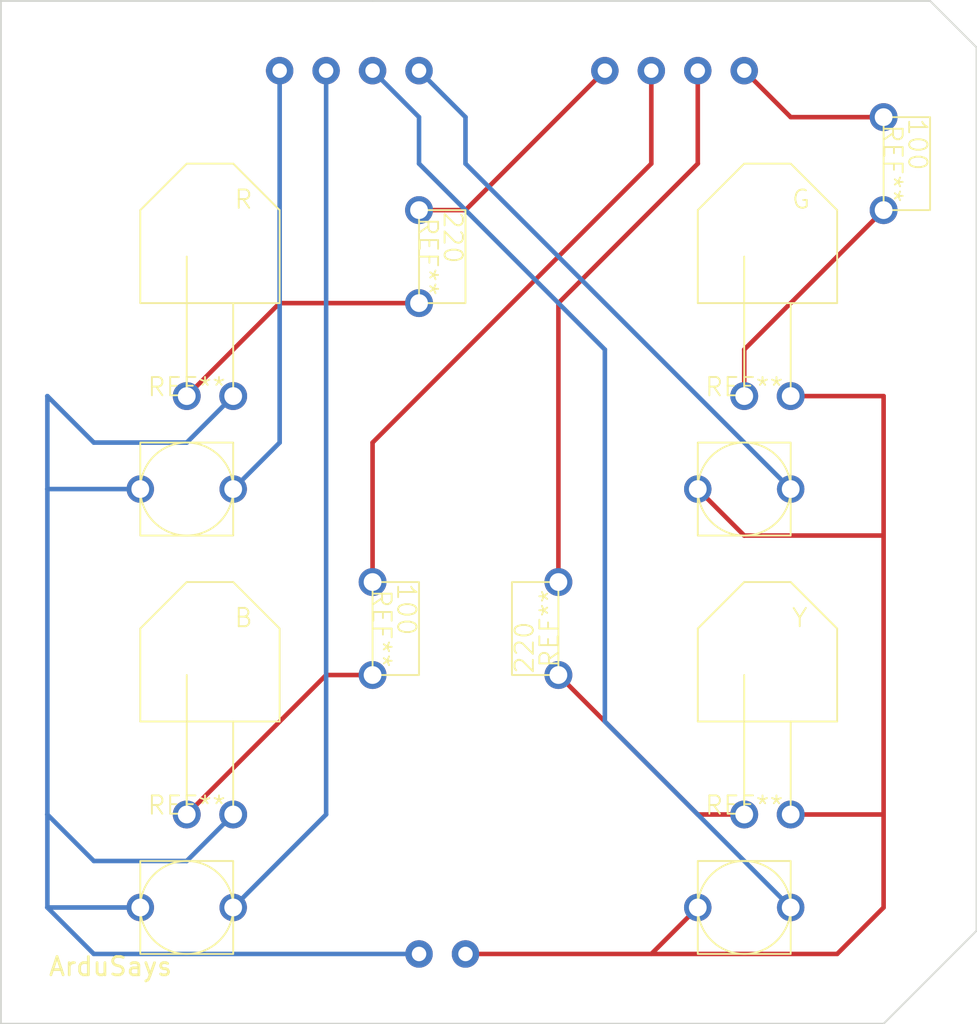
<source format=kicad_pcb>
(kicad_pcb (version 20221018) (generator pcbnew)
  (layers (0 "F.Cu" signal) (31 "B.Cu" signal) (34 "B.Paste" user) (35 "F.Paste" user) (36 "B.SilkS" user "B.Silkscreen") (37 "F.SilkS" user "F.Silkscreen") (38 "B.Mask" user) (39 "F.Mask" user) (44 "Edge.Cuts" user))
  (net 0 "")
  (net 1 "arduino_says")
  (footprint "Resistor_THT:R_100_O" (layer "F.Cu") (at 88.9 107.95 -90)
    (fp_text reference "REF**" (at 0 -0.5 -90 unlocked) (layer "F.SilkS") (effects (font (thickness 0.1))))
    (fp_text value "R_100_O")
    (fp_text user "100" (at -2.54 -1.27 -90 unlocked) (layer "F.SilkS") (effects (font (thickness 0.1)) (justify left bottom)))
    (fp_rect (start -2.54 -2.54) (end 2.54 0) (stroke (width 0.1)) (fill none) (layer "F.SilkS"))
    (pad "3" thru_hole circle (at -2.54 0 270) (size 1.524 1.524) (drill 0.97) (layers "*.Cu" "*.Mask") (net 1 "arduino_says"))
    (pad "4" thru_hole circle (at 2.54 0 270) (size 1.524 1.524) (drill 0.97) (layers "*.Cu" "*.Mask") (net 1 "arduino_says"))
  )
  (footprint "Button_Switch_THT:SW_PUSHBUTTON_2P" (layer "F.Cu") (at 109.22 123.19)
    (fp_text reference "REF**" hide)
    (fp_text value "SW_PUSHBUTTON_2P" hide)
    (fp_rect (start -2.54 -2.54) (end 2.54 2.54) (stroke (width 0.1)) (fill none) (layer "F.SilkS"))
    (fp_circle (center 0 0) (end 2.54 0) (stroke (width 0.1)) (fill none) (layer "F.SilkS"))
    (pad "1" thru_hole circle (at -2.54 0) (size 1.5 1.5) (drill 0.97) (layers "*.Cu" "*.Mask") (net 1 "arduino_says"))
    (pad "2" thru_hole circle (at 2.54 0) (size 1.5 1.5) (drill 0.97) (layers "*.Cu" "*.Mask") (net 1 "arduino_says"))
  )
  (footprint "Connector:Single_Header" (layer "F.Cu") (at 83.82 77.47)
    (fp_text reference "REF**" hide)
    (fp_text value "Single_Header")
    (pad "1" thru_hole circle (at 0 0) (size 1.5 1.5) (drill 0.79) (layers "*.Cu" "*.Mask") (net 1 "arduino_says"))
  )
  (footprint "Resistor_THT:R_220_O" (layer "F.Cu") (at 91.44 87.63 -90)
    (fp_text reference "REF**" (at 0 -0.5 -90 unlocked) (layer "F.SilkS") (effects (font (thickness 0.1))))
    (fp_text value "R_220_O")
    (fp_text user "220" (at -2.54 -1.27 -90 unlocked) (layer "F.SilkS") (effects (font (thickness 0.1)) (justify left bottom)))
    (fp_rect (start -2.54 -2.54) (end 2.54 0) (stroke (width 0.1)) (fill none) (layer "F.SilkS"))
    (pad "1" thru_hole circle (at -2.54 0 270) (size 1.524 1.524) (drill 0.97) (layers "*.Cu" "*.Mask") (net 1 "arduino_says"))
    (pad "2" thru_hole circle (at 2.54 0 270) (size 1.524 1.524) (drill 0.97) (layers "*.Cu" "*.Mask") (net 1 "arduino_says"))
  )
  (footprint "Connector:Single_Header" (layer "F.Cu") (at 88.9 77.47)
    (fp_text reference "REF**" hide)
    (fp_text value "Single_Header")
    (pad "1" thru_hole circle (at 0 0) (size 1.5 1.5) (drill 0.79) (layers "*.Cu" "*.Mask") (net 1 "arduino_says"))
  )
  (footprint "LED_THT:LED_5MM_R" (layer "F.Cu") (at 78.74 95.25)
    (fp_text reference "REF**" (at 0 -0.5 unlocked) (layer "F.SilkS") (effects (font (thickness 0.1))))
    (fp_text value "LED_5MM_R")
    (fp_text user "R" (at 2.54 -10.16 unlocked) (layer "F.SilkS") (effects (font (thickness 0.1)) (justify left bottom)))
    (fp_line (start -2.54 -10.16) (end 0 -12.7) (stroke (width 0.1)) (layer "F.SilkS"))
    (fp_line (start -2.54 -5.08) (end -2.54 -10.16) (stroke (width 0.1)) (layer "F.SilkS"))
    (fp_line (start 0 -12.7) (end 2.54 -12.7) (stroke (width 0.1)) (layer "F.SilkS"))
    (fp_line (start 0 -5.08) (end 0 -7.62) (stroke (width 0.1)) (layer "F.SilkS"))
    (fp_line (start 0 0) (end 0 -5.08) (stroke (width 0.1)) (layer "F.SilkS"))
    (fp_line (start 2.54 -12.7) (end 5.08 -10.16) (stroke (width 0.1)) (layer "F.SilkS"))
    (fp_line (start 2.54 0) (end 2.54 -5.08) (stroke (width 0.1)) (layer "F.SilkS"))
    (fp_line (start 5.08 -10.16) (end 5.08 -5.08) (stroke (width 0.1)) (layer "F.SilkS"))
    (fp_line (start 5.08 -5.08) (end -2.54 -5.08) (stroke (width 0.1)) (layer "F.SilkS"))
    (pad "1" thru_hole circle (at 0 0) (size 1.524 1.524) (drill 0.97) (layers "*.Cu" "*.Mask") (net 1 "arduino_says"))
    (pad "2" thru_hole circle (at 2.54 0) (size 1.524 1.524) (drill 0.97) (layers "*.Cu" "*.Mask") (net 1 "arduino_says"))
  )
  (footprint "Connector:Single_Header" (layer "F.Cu") (at 93.98 125.73)
    (fp_text reference "REF**" hide)
    (fp_text value "Single_Header")
    (pad "1" thru_hole circle (at 0 0) (size 1.5 1.5) (drill 0.79) (layers "*.Cu" "*.Mask") (net 1 "arduino_says"))
  )
  (footprint "LED_THT:LED_5MM_B" (layer "F.Cu") (at 78.74 118.11)
    (fp_text reference "REF**" (at 0 -0.5 unlocked) (layer "F.SilkS") (effects (font (thickness 0.1))))
    (fp_text value "LED_5MM_B")
    (fp_text user "B" (at 2.54 -10.16 unlocked) (layer "F.SilkS") (effects (font (thickness 0.1)) (justify left bottom)))
    (fp_line (start -2.54 -10.16) (end 0 -12.7) (stroke (width 0.1)) (layer "F.SilkS"))
    (fp_line (start -2.54 -5.08) (end -2.54 -10.16) (stroke (width 0.1)) (layer "F.SilkS"))
    (fp_line (start 0 -12.7) (end 2.54 -12.7) (stroke (width 0.1)) (layer "F.SilkS"))
    (fp_line (start 0 -5.08) (end 0 -7.62) (stroke (width 0.1)) (layer "F.SilkS"))
    (fp_line (start 0 0) (end 0 -5.08) (stroke (width 0.1)) (layer "F.SilkS"))
    (fp_line (start 2.54 -12.7) (end 5.08 -10.16) (stroke (width 0.1)) (layer "F.SilkS"))
    (fp_line (start 2.54 0) (end 2.54 -5.08) (stroke (width 0.1)) (layer "F.SilkS"))
    (fp_line (start 5.08 -10.16) (end 5.08 -5.08) (stroke (width 0.1)) (layer "F.SilkS"))
    (fp_line (start 5.08 -5.08) (end -2.54 -5.08) (stroke (width 0.1)) (layer "F.SilkS"))
    (pad "1" thru_hole circle (at 0 0) (size 1.524 1.524) (drill 0.97) (layers "*.Cu" "*.Mask") (net 1 "arduino_says"))
    (pad "2" thru_hole circle (at 2.54 0) (size 1.524 1.524) (drill 0.97) (layers "*.Cu" "*.Mask") (net 1 "arduino_says"))
  )
  (footprint "Resistor_THT:R_220_O" (layer "F.Cu") (at 99.06 107.95 90)
    (fp_text reference "REF**" (at 0 -0.5 90 unlocked) (layer "F.SilkS") (effects (font (thickness 0.1))))
    (fp_text value "R_220_O")
    (fp_text user "220" (at -2.54 -1.27 90 unlocked) (layer "F.SilkS") (effects (font (thickness 0.1)) (justify left bottom)))
    (fp_rect (start -2.54 -2.54) (end 2.54 0) (stroke (width 0.1)) (fill none) (layer "F.SilkS"))
    (pad "1" thru_hole circle (at -2.54 0 90) (size 1.524 1.524) (drill 0.97) (layers "*.Cu" "*.Mask") (net 1 "arduino_says"))
    (pad "2" thru_hole circle (at 2.54 0 90) (size 1.524 1.524) (drill 0.97) (layers "*.Cu" "*.Mask") (net 1 "arduino_says"))
  )
  (footprint "Resistor_THT:R_100_O" (layer "F.Cu") (at 116.84 82.55 -90)
    (fp_text reference "REF**" (at 0 -0.5 -90 unlocked) (layer "F.SilkS") (effects (font (thickness 0.1))))
    (fp_text value "R_100_O")
    (fp_text user "100" (at -2.54 -1.27 -90 unlocked) (layer "F.SilkS") (effects (font (thickness 0.1)) (justify left bottom)))
    (fp_rect (start -2.54 -2.54) (end 2.54 0) (stroke (width 0.1)) (fill none) (layer "F.SilkS"))
    (pad "3" thru_hole circle (at -2.54 0 270) (size 1.524 1.524) (drill 0.97) (layers "*.Cu" "*.Mask") (net 1 "arduino_says"))
    (pad "4" thru_hole circle (at 2.54 0 270) (size 1.524 1.524) (drill 0.97) (layers "*.Cu" "*.Mask") (net 1 "arduino_says"))
  )
  (footprint "Connector:Single_Header" (layer "F.Cu") (at 91.44 125.73)
    (fp_text reference "REF**" hide)
    (fp_text value "Single_Header")
    (pad "1" thru_hole circle (at 0 0) (size 1.5 1.5) (drill 0.79) (layers "*.Cu" "*.Mask") (net 1 "arduino_says"))
  )
  (footprint "LED_THT:LED_5MM_G" (layer "F.Cu") (at 109.22 95.25)
    (fp_text reference "REF**" (at 0 -0.5 unlocked) (layer "F.SilkS") (effects (font (thickness 0.1))))
    (fp_text value "LED_5MM_G")
    (fp_text user "G" (at 2.54 -10.16 unlocked) (layer "F.SilkS") (effects (font (thickness 0.1)) (justify left bottom)))
    (fp_line (start -2.54 -10.16) (end 0 -12.7) (stroke (width 0.1)) (layer "F.SilkS"))
    (fp_line (start -2.54 -5.08) (end -2.54 -10.16) (stroke (width 0.1)) (layer "F.SilkS"))
    (fp_line (start 0 -12.7) (end 2.54 -12.7) (stroke (width 0.1)) (layer "F.SilkS"))
    (fp_line (start 0 -5.08) (end 0 -7.62) (stroke (width 0.1)) (layer "F.SilkS"))
    (fp_line (start 0 0) (end 0 -5.08) (stroke (width 0.1)) (layer "F.SilkS"))
    (fp_line (start 2.54 -12.7) (end 5.08 -10.16) (stroke (width 0.1)) (layer "F.SilkS"))
    (fp_line (start 2.54 0) (end 2.54 -5.08) (stroke (width 0.1)) (layer "F.SilkS"))
    (fp_line (start 5.08 -10.16) (end 5.08 -5.08) (stroke (width 0.1)) (layer "F.SilkS"))
    (fp_line (start 5.08 -5.08) (end -2.54 -5.08) (stroke (width 0.1)) (layer "F.SilkS"))
    (pad "1" thru_hole circle (at 0 0) (size 1.524 1.524) (drill 0.97) (layers "*.Cu" "*.Mask") (net 1 "arduino_says"))
    (pad "2" thru_hole circle (at 2.54 0) (size 1.524 1.524) (drill 0.97) (layers "*.Cu" "*.Mask") (net 1 "arduino_says"))
  )
  (footprint "Connector:Single_Header" (layer "F.Cu") (at 101.6 77.47)
    (fp_text reference "REF**" hide)
    (fp_text value "Single_Header")
    (pad "1" thru_hole circle (at 0 0) (size 1.5 1.5) (drill 0.79) (layers "*.Cu" "*.Mask") (net 1 "arduino_says"))
  )
  (footprint "Connector:Single_Header" (layer "F.Cu") (at 91.44 77.47)
    (fp_text reference "REF**" hide)
    (fp_text value "Single_Header")
    (pad "1" thru_hole circle (at 0 0) (size 1.5 1.5) (drill 0.79) (layers "*.Cu" "*.Mask") (net 1 "arduino_says"))
  )
  (footprint "Button_Switch_THT:SW_PUSHBUTTON_2P" (layer "F.Cu") (at 78.74 123.19)
    (fp_text reference "REF**" hide)
    (fp_text value "SW_PUSHBUTTON_2P" hide)
    (fp_rect (start -2.54 -2.54) (end 2.54 2.54) (stroke (width 0.1)) (fill none) (layer "F.SilkS"))
    (fp_circle (center 0 0) (end 2.54 0) (stroke (width 0.1)) (fill none) (layer "F.SilkS"))
    (pad "1" thru_hole circle (at -2.54 0) (size 1.5 1.5) (drill 0.97) (layers "*.Cu" "*.Mask") (net 1 "arduino_says"))
    (pad "2" thru_hole circle (at 2.54 0) (size 1.5 1.5) (drill 0.97) (layers "*.Cu" "*.Mask") (net 1 "arduino_says"))
  )
  (footprint "Connector:Single_Header" (layer "F.Cu") (at 86.36 77.47)
    (fp_text reference "REF**" hide)
    (fp_text value "Single_Header")
    (pad "1" thru_hole circle (at 0 0) (size 1.5 1.5) (drill 0.79) (layers "*.Cu" "*.Mask") (net 1 "arduino_says"))
  )
  (footprint "Connector:Single_Header" (layer "F.Cu") (at 109.22 77.47)
    (fp_text reference "REF**" hide)
    (fp_text value "Single_Header")
    (pad "1" thru_hole circle (at 0 0) (size 1.5 1.5) (drill 0.79) (layers "*.Cu" "*.Mask") (net 1 "arduino_says"))
  )
  (footprint "Button_Switch_THT:SW_PUSHBUTTON_2P" (layer "F.Cu") (at 78.74 100.33)
    (fp_text reference "REF**" hide)
    (fp_text value "SW_PUSHBUTTON_2P" hide)
    (fp_rect (start -2.54 -2.54) (end 2.54 2.54) (stroke (width 0.1)) (fill none) (layer "F.SilkS"))
    (fp_circle (center 0 0) (end 2.54 0) (stroke (width 0.1)) (fill none) (layer "F.SilkS"))
    (pad "1" thru_hole circle (at -2.54 0) (size 1.5 1.5) (drill 0.97) (layers "*.Cu" "*.Mask") (net 1 "arduino_says"))
    (pad "2" thru_hole circle (at 2.54 0) (size 1.5 1.5) (drill 0.97) (layers "*.Cu" "*.Mask") (net 1 "arduino_says"))
  )
  (footprint "Connector:Single_Header" (layer "F.Cu") (at 104.14 77.47)
    (fp_text reference "REF**" hide)
    (fp_text value "Single_Header")
    (pad "1" thru_hole circle (at 0 0) (size 1.5 1.5) (drill 0.79) (layers "*.Cu" "*.Mask") (net 1 "arduino_says"))
  )
  (footprint "LED_THT:LED_5MM_Y" (layer "F.Cu") (at 109.22 118.11)
    (fp_text reference "REF**" (at 0 -0.5 unlocked) (layer "F.SilkS") (effects (font (thickness 0.1))))
    (fp_text value "LED_5MM_Y")
    (fp_text user "Y" (at 2.54 -10.16 unlocked) (layer "F.SilkS") (effects (font (thickness 0.1)) (justify left bottom)))
    (fp_line (start -2.54 -10.16) (end 0 -12.7) (stroke (width 0.1)) (layer "F.SilkS"))
    (fp_line (start -2.54 -5.08) (end -2.54 -10.16) (stroke (width 0.1)) (layer "F.SilkS"))
    (fp_line (start 0 -12.7) (end 2.54 -12.7) (stroke (width 0.1)) (layer "F.SilkS"))
    (fp_line (start 0 -5.08) (end 0 -7.62) (stroke (width 0.1)) (layer "F.SilkS"))
    (fp_line (start 0 0) (end 0 -5.08) (stroke (width 0.1)) (layer "F.SilkS"))
    (fp_line (start 2.54 -12.7) (end 5.08 -10.16) (stroke (width 0.1)) (layer "F.SilkS"))
    (fp_line (start 2.54 0) (end 2.54 -5.08) (stroke (width 0.1)) (layer "F.SilkS"))
    (fp_line (start 5.08 -10.16) (end 5.08 -5.08) (stroke (width 0.1)) (layer "F.SilkS"))
    (fp_line (start 5.08 -5.08) (end -2.54 -5.08) (stroke (width 0.1)) (layer "F.SilkS"))
    (pad "1" thru_hole circle (at 0 0) (size 1.524 1.524) (drill 0.97) (layers "*.Cu" "*.Mask") (net 1 "arduino_says"))
    (pad "2" thru_hole circle (at 2.54 0) (size 1.524 1.524) (drill 0.97) (layers "*.Cu" "*.Mask") (net 1 "arduino_says"))
  )
  (footprint "Connector:Single_Header" (layer "F.Cu") (at 106.68 77.47)
    (fp_text reference "REF**" hide)
    (fp_text value "Single_Header")
    (pad "1" thru_hole circle (at 0 0) (size 1.5 1.5) (drill 0.79) (layers "*.Cu" "*.Mask") (net 1 "arduino_says"))
  )
  (footprint "Button_Switch_THT:SW_PUSHBUTTON_2P" (layer "F.Cu") (at 109.22 100.33)
    (fp_text reference "REF**" hide)
    (fp_text value "SW_PUSHBUTTON_2P" hide)
    (fp_rect (start -2.54 -2.54) (end 2.54 2.54) (stroke (width 0.1)) (fill none) (layer "F.SilkS"))
    (fp_circle (center 0 0) (end 2.54 0) (stroke (width 0.1)) (fill none) (layer "F.SilkS"))
    (pad "1" thru_hole circle (at -2.54 0) (size 1.5 1.5) (drill 0.97) (layers "*.Cu" "*.Mask") (net 1 "arduino_says"))
    (pad "2" thru_hole circle (at 2.54 0) (size 1.5 1.5) (drill 0.97) (layers "*.Cu" "*.Mask") (net 1 "arduino_says"))
  )
  (gr_line (start 68.58 129.54) (end 68.58 73.66) (stroke (width 0.1)) (layer "Edge.Cuts"))
  (gr_line (start 68.58 73.66) (end 88.9 73.66) (stroke (width 0.1)) (layer "Edge.Cuts"))
  (gr_line (start 88.9 73.66) (end 119.38 73.66) (stroke (width 0.1)) (layer "Edge.Cuts"))
  (gr_line (start 121.92 124.46) (end 116.84 129.54) (stroke (width 0.1)) (layer "Edge.Cuts"))
  (gr_line (start 116.84 129.54) (end 68.58 129.54) (stroke (width 0.1)) (layer "Edge.Cuts"))
  (gr_line (start 119.38 73.66) (end 121.92 76.2) (stroke (width 0.1)) (layer "Edge.Cuts"))
  (gr_line (start 121.92 76.2) (end 121.92 124.46) (stroke (width 0.1)) (layer "Edge.Cuts"))
  (gr_text "ArduSays" (at 71.12 127) (layer "F.SilkS") (effects (font (size 1 1)) (justify left bottom)))
  (segment (start 116.84 80.01) (end 111.76 80.01) (width 0.25) (layer "F.Cu") (net 1))
  (segment (start 93.98 85.09) (end 101.6 77.47) (width 0.25) (layer "F.Cu") (net 1))
  (segment (start 106.68 100.33) (end 109.22 102.87) (width 0.25) (layer "F.Cu") (net 1))
  (segment (start 111.76 118.11) (end 116.84 118.11) (width 0.25) (layer "F.Cu") (net 1))
  (segment (start 111.76 95.25) (end 116.84 95.25) (width 0.25) (layer "F.Cu") (net 1))
  (segment (start 114.3 125.73) (end 104.14 125.73) (width 0.25) (layer "F.Cu") (net 1))
  (segment (start 91.44 85.09) (end 93.98 85.09) (width 0.25) (layer "F.Cu") (net 1))
  (segment (start 109.22 118.11) (end 106.68 118.11) (width 0.25) (layer "F.Cu") (net 1))
  (segment (start 106.68 82.55) (end 106.68 77.47) (width 0.25) (layer "F.Cu") (net 1))
  (segment (start 78.74 118.11) (end 86.36 110.49) (width 0.25) (layer "F.Cu") (net 1))
  (segment (start 109.22 95.25) (end 109.22 92.71) (width 0.25) (layer "F.Cu") (net 1))
  (segment (start 106.68 118.11) (end 99.06 110.49) (width 0.25) (layer "F.Cu") (net 1))
  (segment (start 104.14 82.55) (end 104.14 77.47) (width 0.25) (layer "F.Cu") (net 1))
  (segment (start 88.9 105.41) (end 88.9 97.79) (width 0.25) (layer "F.Cu") (net 1))
  (segment (start 83.82 90.17) (end 91.44 90.17) (width 0.25) (layer "F.Cu") (net 1))
  (segment (start 78.74 95.25) (end 83.82 90.17) (width 0.25) (layer "F.Cu") (net 1))
  (segment (start 109.22 102.87) (end 116.84 102.87) (width 0.25) (layer "F.Cu") (net 1))
  (segment (start 104.14 125.73) (end 93.98 125.73) (width 0.25) (layer "F.Cu") (net 1))
  (segment (start 106.68 123.19) (end 104.14 125.73) (width 0.25) (layer "F.Cu") (net 1))
  (segment (start 99.06 105.41) (end 99.06 90.17) (width 0.25) (layer "F.Cu") (net 1))
  (segment (start 86.36 110.49) (end 88.9 110.49) (width 0.25) (layer "F.Cu") (net 1))
  (segment (start 116.84 102.87) (end 116.84 118.11) (width 0.25) (layer "F.Cu") (net 1))
  (segment (start 116.84 123.19) (end 114.3 125.73) (width 0.25) (layer "F.Cu") (net 1))
  (segment (start 99.06 90.17) (end 106.68 82.55) (width 0.25) (layer "F.Cu") (net 1))
  (segment (start 109.22 92.71) (end 116.84 85.09) (width 0.25) (layer "F.Cu") (net 1))
  (segment (start 88.9 97.79) (end 104.14 82.55) (width 0.25) (layer "F.Cu") (net 1))
  (segment (start 111.76 80.01) (end 109.22 77.47) (width 0.25) (layer "F.Cu") (net 1))
  (segment (start 116.84 118.11) (end 116.84 123.19) (width 0.25) (layer "F.Cu") (net 1))
  (segment (start 116.84 95.25) (end 116.84 102.87) (width 0.25) (layer "F.Cu") (net 1))
  (segment (start 93.98 80.01) (end 91.44 77.47) (width 0.25) (layer "B.Cu") (net 1))
  (segment (start 71.12 100.33) (end 71.12 118.11) (width 0.25) (layer "B.Cu") (net 1))
  (segment (start 78.74 97.79) (end 73.66 97.79) (width 0.25) (layer "B.Cu") (net 1))
  (segment (start 76.2 100.33) (end 71.12 100.33) (width 0.25) (layer "B.Cu") (net 1))
  (segment (start 101.6 113.03) (end 101.6 92.71) (width 0.25) (layer "B.Cu") (net 1))
  (segment (start 73.66 97.79) (end 71.12 95.25) (width 0.25) (layer "B.Cu") (net 1))
  (segment (start 91.44 80.01) (end 88.9 77.47) (width 0.25) (layer "B.Cu") (net 1))
  (segment (start 81.28 118.11) (end 78.74 120.65) (width 0.25) (layer "B.Cu") (net 1))
  (segment (start 111.76 123.19) (end 101.6 113.03) (width 0.25) (layer "B.Cu") (net 1))
  (segment (start 81.28 100.33) (end 83.82 97.79) (width 0.25) (layer "B.Cu") (net 1))
  (segment (start 83.82 97.79) (end 83.82 77.47) (width 0.25) (layer "B.Cu") (net 1))
  (segment (start 71.12 123.19) (end 73.66 125.73) (width 0.25) (layer "B.Cu") (net 1))
  (segment (start 81.28 123.19) (end 86.36 118.11) (width 0.25) (layer "B.Cu") (net 1))
  (segment (start 71.12 118.11) (end 71.12 123.19) (width 0.25) (layer "B.Cu") (net 1))
  (segment (start 73.66 120.65) (end 71.12 118.11) (width 0.25) (layer "B.Cu") (net 1))
  (segment (start 71.12 95.25) (end 71.12 100.33) (width 0.25) (layer "B.Cu") (net 1))
  (segment (start 73.66 125.73) (end 91.44 125.73) (width 0.25) (layer "B.Cu") (net 1))
  (segment (start 78.74 120.65) (end 73.66 120.65) (width 0.25) (layer "B.Cu") (net 1))
  (segment (start 93.98 82.55) (end 93.98 80.01) (width 0.25) (layer "B.Cu") (net 1))
  (segment (start 101.6 92.71) (end 91.44 82.55) (width 0.25) (layer "B.Cu") (net 1))
  (segment (start 91.44 82.55) (end 91.44 80.01) (width 0.25) (layer "B.Cu") (net 1))
  (segment (start 111.76 100.33) (end 93.98 82.55) (width 0.25) (layer "B.Cu") (net 1))
  (segment (start 76.2 123.19) (end 71.12 123.19) (width 0.25) (layer "B.Cu") (net 1))
  (segment (start 81.28 95.25) (end 78.74 97.79) (width 0.25) (layer "B.Cu") (net 1))
  (segment (start 86.36 118.11) (end 86.36 77.47) (width 0.25) (layer "B.Cu") (net 1))
)
</source>
